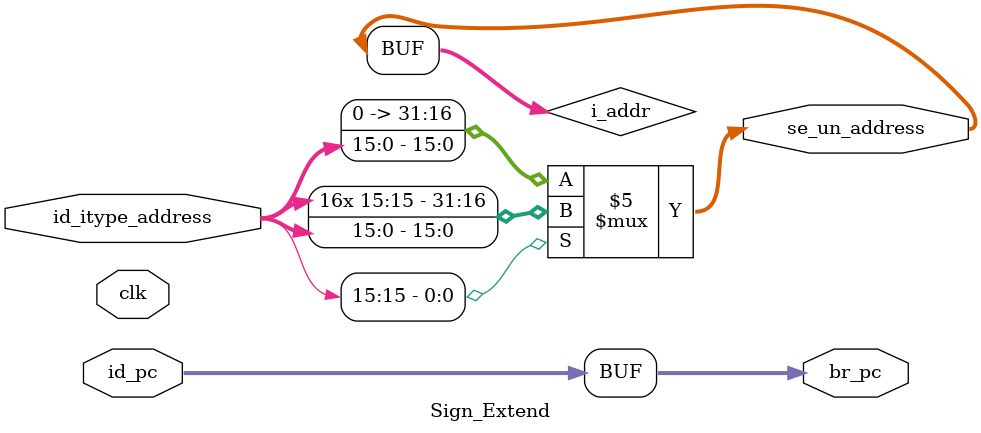
<source format=v>
module Sign_Extend#(parameter ad_size=32)(
  input clk,
  input [15:0] id_itype_address,
  input [ad_size-1:0] id_pc,
  output reg [ad_size-1:0] br_pc,se_un_address
);
  reg [ad_size-1:0] i_addr;
  always@*
    begin
      //extended[15:0] <= { {8{extend[7]}}, extend[7:0] };
      if(id_itype_address[15]==1)
        i_addr={{16{id_itype_address[15]}},id_itype_address[15:0]};
      else
        i_addr={{16'b0},id_itype_address[15:0]};
    end
  
  always@*
    begin
      se_un_address=i_addr;
      br_pc=id_pc;
    end
endmodule

</source>
